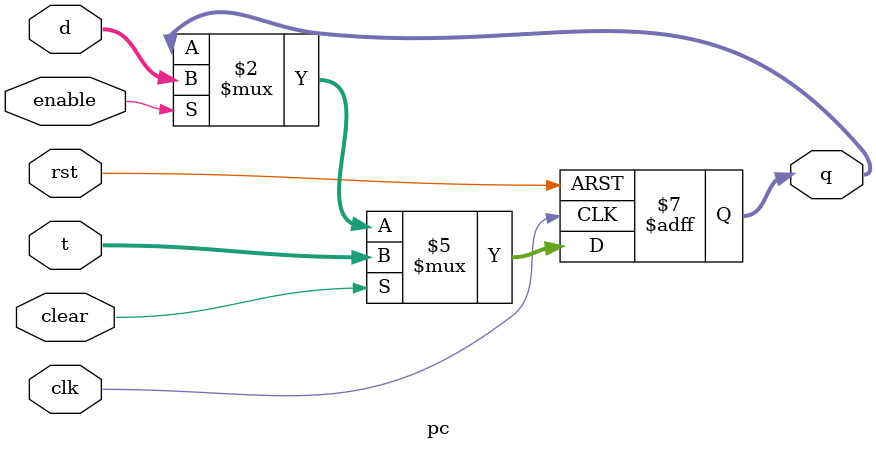
<source format=v>
`timescale 1ns / 1ps


module pc #(parameter WIDTH = 8)(
	input wire clk,rst,enable,
	input wire clear,
	input wire[WIDTH-1:0] d,
	input wire [WIDTH-1:0] t,
	output reg[WIDTH-1:0] q
    );
	always @(posedge clk,posedge rst) begin
		if(rst) begin
			q <= 32'hbfc00000;
		end else if(clear) begin
			q <= t;
		end else if(enable) begin
			/* code */
			q <= d;
		end
	end
endmodule
</source>
